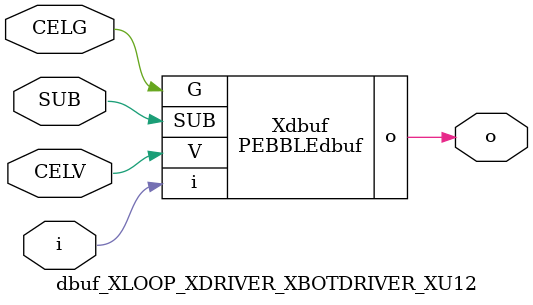
<source format=v>



module PEBBLEdbuf ( o, G, SUB, V, i );

  input V;
  input i;
  input G;
  output o;
  input SUB;
endmodule

//Celera Confidential Do Not Copy dbuf_XLOOP_XDRIVER_XBOTDRIVER_XU12
//Celera Confidential Symbol Generator
//Digital Buffer
module dbuf_XLOOP_XDRIVER_XBOTDRIVER_XU12 (CELV,CELG,i,o,SUB);
input CELV;
input CELG;
input i;
input SUB;
output o;

//Celera Confidential Do Not Copy dbuf
PEBBLEdbuf Xdbuf(
.V (CELV),
.i (i),
.o (o),
.SUB (SUB),
.G (CELG)
);
//,diesize,PEBBLEdbuf

//Celera Confidential Do Not Copy Module End
//Celera Schematic Generator
endmodule

</source>
